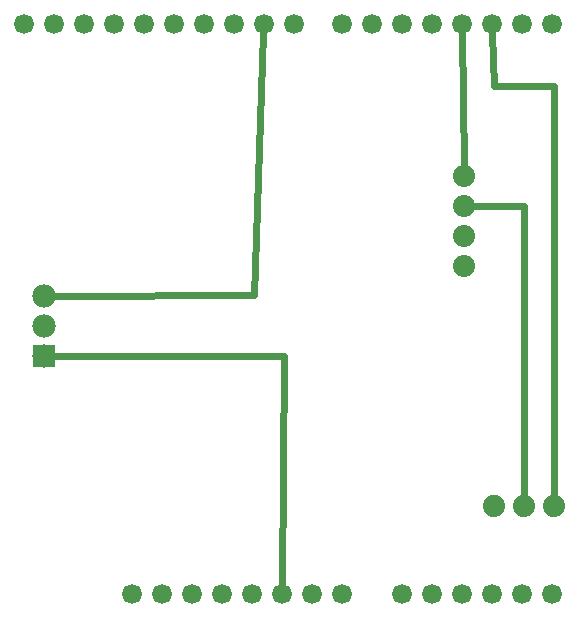
<source format=gbl>
G04 MADE WITH FRITZING*
G04 WWW.FRITZING.ORG*
G04 DOUBLE SIDED*
G04 HOLES PLATED*
G04 CONTOUR ON CENTER OF CONTOUR VECTOR*
%ASAXBY*%
%FSLAX23Y23*%
%MOIN*%
%OFA0B0*%
%SFA1.0B1.0*%
%ADD10C,0.074000*%
%ADD11C,0.073889*%
%ADD12C,0.066194*%
%ADD13C,0.066222*%
%ADD14C,0.078000*%
%ADD15R,0.078000X0.078000*%
%ADD16C,0.024000*%
%LNCOPPER0*%
G90*
G70*
G54D10*
X2321Y385D03*
X2421Y385D03*
X2521Y385D03*
G54D11*
X2221Y1186D03*
X2221Y1285D03*
X2221Y1385D03*
X2221Y1485D03*
G54D12*
X2114Y90D03*
X2214Y90D03*
X2314Y90D03*
X2414Y90D03*
X2514Y90D03*
G54D13*
X1654Y1990D03*
X1554Y1990D03*
X1454Y1990D03*
X1354Y1990D03*
X1254Y1990D03*
X1154Y1990D03*
X1054Y1990D03*
X954Y1990D03*
X854Y1990D03*
X754Y1990D03*
X2514Y1990D03*
X2414Y1990D03*
X2314Y1990D03*
X2214Y1990D03*
X2114Y1990D03*
X2014Y1990D03*
X1914Y1990D03*
X1814Y1990D03*
G54D12*
X1214Y90D03*
X1114Y90D03*
X1314Y90D03*
X1414Y90D03*
X1514Y90D03*
X1614Y90D03*
X1714Y90D03*
X1814Y90D03*
X2014Y90D03*
G54D14*
X821Y885D03*
X821Y985D03*
X821Y1085D03*
G54D15*
X821Y885D03*
G54D16*
X2522Y1786D02*
X2521Y417D01*
D02*
X2315Y1960D02*
X2323Y1786D01*
D02*
X2323Y1786D02*
X2522Y1786D01*
D02*
X2214Y1960D02*
X2221Y1520D01*
D02*
X2422Y1385D02*
X2255Y1385D01*
D02*
X2421Y417D02*
X2422Y1385D01*
D02*
X1521Y1087D02*
X851Y1086D01*
D02*
X1553Y1960D02*
X1521Y1087D01*
D02*
X1614Y120D02*
X1621Y885D01*
D02*
X1621Y885D02*
X851Y885D01*
G04 End of Copper0*
M02*
</source>
